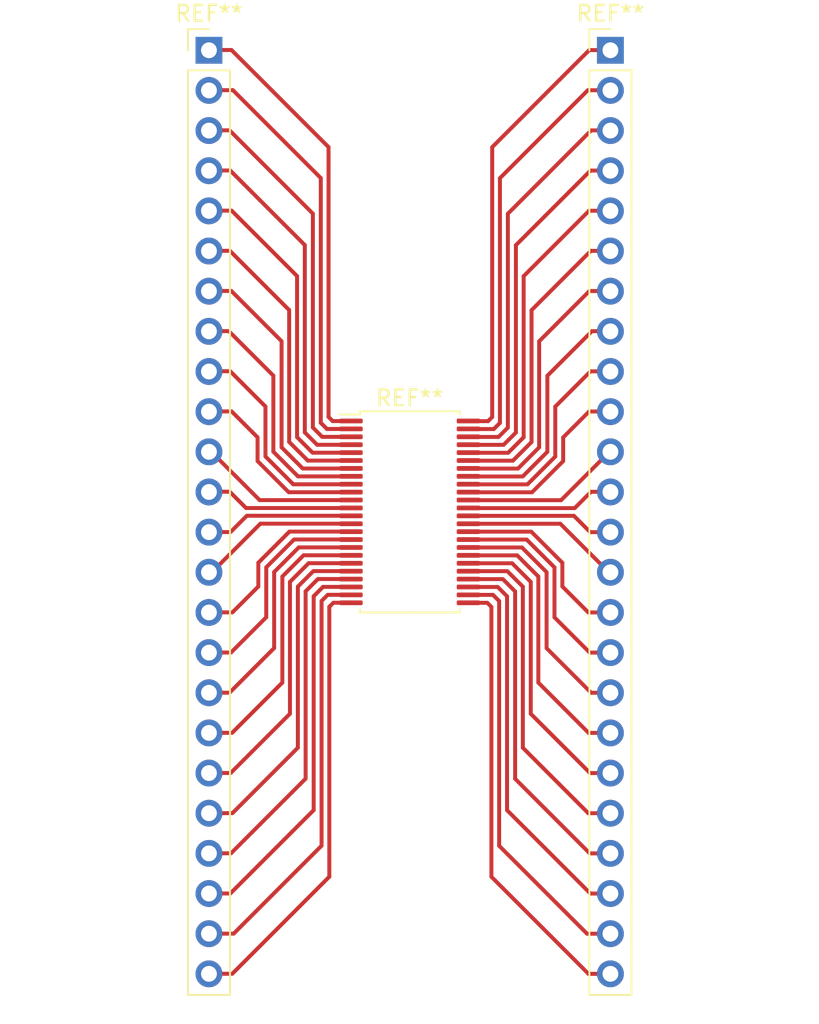
<source format=kicad_pcb>
(kicad_pcb (version 20211014) (generator pcbnew)
  (layers (0 "F.Cu" signal) (31 "B.Cu" signal) (34 "B.Paste" user) (35 "F.Paste" user) (36 "B.SilkS" user "B.Silkscreen") (37 "F.SilkS" user "F.Silkscreen") (38 "B.Mask" user) (39 "F.Mask" user) (44 "Edge.Cuts" user))
  (net 0 "")
  (footprint "Connector_PinHeader_2.54mm:PinHeader_1x24_P2.54mm_Vertical" (layer "F.Cu") (at 162.56 59.7)
    (fp_text reference "REF**" (at 0 -2.33) (layer "F.SilkS"))
    (fp_text value "PinHeader_1x24_P2.54mm_Vertical")
    (fp_line (start -1.33 1.27) (end -1.33 59.75) (layer "F.SilkS") (width 0.12))
    (fp_line (start -1.33 1.27) (end 1.33 1.27) (layer "F.SilkS") (width 0.12))
    (fp_line (start 1.33 1.27) (end 1.33 59.75) (layer "F.SilkS") (width 0.12))
    (fp_line (start -1.33 59.75) (end 1.33 59.75) (layer "F.SilkS") (width 0.12))
    (fp_line (start -1.33 -1.33) (end 0 -1.33) (layer "F.SilkS") (width 0.12))
    (fp_line (start -1.33 0) (end -1.33 -1.33) (layer "F.SilkS") (width 0.12))
    (pad "1" thru_hole rect (at 0 0) (size 1.7 1.7) (drill 1) (layers *.Cu *.Mask))
    (pad "2" thru_hole oval (at 0 2.54) (size 1.7 1.7) (drill 1) (layers *.Cu *.Mask))
    (pad "3" thru_hole oval (at 0 5.08) (size 1.7 1.7) (drill 1) (layers *.Cu *.Mask))
    (pad "4" thru_hole oval (at 0 7.62) (size 1.7 1.7) (drill 1) (layers *.Cu *.Mask))
    (pad "5" thru_hole oval (at 0 10.16) (size 1.7 1.7) (drill 1) (layers *.Cu *.Mask))
    (pad "6" thru_hole oval (at 0 12.7) (size 1.7 1.7) (drill 1) (layers *.Cu *.Mask))
    (pad "7" thru_hole oval (at 0 15.24) (size 1.7 1.7) (drill 1) (layers *.Cu *.Mask))
    (pad "8" thru_hole oval (at 0 17.78) (size 1.7 1.7) (drill 1) (layers *.Cu *.Mask))
    (pad "9" thru_hole oval (at 0 20.32) (size 1.7 1.7) (drill 1) (layers *.Cu *.Mask))
    (pad "10" thru_hole oval (at 0 22.86) (size 1.7 1.7) (drill 1) (layers *.Cu *.Mask))
    (pad "11" thru_hole oval (at 0 25.4) (size 1.7 1.7) (drill 1) (layers *.Cu *.Mask))
    (pad "12" thru_hole oval (at 0 27.94) (size 1.7 1.7) (drill 1) (layers *.Cu *.Mask))
    (pad "13" thru_hole oval (at 0 30.48) (size 1.7 1.7) (drill 1) (layers *.Cu *.Mask))
    (pad "14" thru_hole oval (at 0 33.02) (size 1.7 1.7) (drill 1) (layers *.Cu *.Mask))
    (pad "15" thru_hole oval (at 0 35.56) (size 1.7 1.7) (drill 1) (layers *.Cu *.Mask))
    (pad "16" thru_hole oval (at 0 38.1) (size 1.7 1.7) (drill 1) (layers *.Cu *.Mask))
    (pad "17" thru_hole oval (at 0 40.64) (size 1.7 1.7) (drill 1) (layers *.Cu *.Mask))
    (pad "18" thru_hole oval (at 0 43.18) (size 1.7 1.7) (drill 1) (layers *.Cu *.Mask))
    (pad "19" thru_hole oval (at 0 45.72) (size 1.7 1.7) (drill 1) (layers *.Cu *.Mask))
    (pad "20" thru_hole oval (at 0 48.26) (size 1.7 1.7) (drill 1) (layers *.Cu *.Mask))
    (pad "21" thru_hole oval (at 0 50.8) (size 1.7 1.7) (drill 1) (layers *.Cu *.Mask))
    (pad "22" thru_hole oval (at 0 53.34) (size 1.7 1.7) (drill 1) (layers *.Cu *.Mask))
    (pad "23" thru_hole oval (at 0 55.88) (size 1.7 1.7) (drill 1) (layers *.Cu *.Mask))
    (pad "24" thru_hole oval (at 0 58.42) (size 1.7 1.7) (drill 1) (layers *.Cu *.Mask))
  )
  (footprint "Connector_PinHeader_2.54mm:PinHeader_1x24_P2.54mm_Vertical" (layer "F.Cu") (at 137.16 59.7)
    (fp_text reference "REF**" (at 0 -2.33) (layer "F.SilkS"))
    (fp_text value "PinHeader_1x24_P2.54mm_Vertical")
    (fp_line (start -1.33 1.27) (end -1.33 59.75) (layer "F.SilkS") (width 0.12))
    (fp_line (start -1.33 0) (end -1.33 -1.33) (layer "F.SilkS") (width 0.12))
    (fp_line (start -1.33 59.75) (end 1.33 59.75) (layer "F.SilkS") (width 0.12))
    (fp_line (start 1.33 1.27) (end 1.33 59.75) (layer "F.SilkS") (width 0.12))
    (fp_line (start -1.33 -1.33) (end 0 -1.33) (layer "F.SilkS") (width 0.12))
    (fp_line (start -1.33 1.27) (end 1.33 1.27) (layer "F.SilkS") (width 0.12))
    (pad "1" thru_hole rect (at 0 0) (size 1.7 1.7) (drill 1) (layers *.Cu *.Mask))
    (pad "2" thru_hole oval (at 0 2.54) (size 1.7 1.7) (drill 1) (layers *.Cu *.Mask))
    (pad "3" thru_hole oval (at 0 5.08) (size 1.7 1.7) (drill 1) (layers *.Cu *.Mask))
    (pad "4" thru_hole oval (at 0 7.62) (size 1.7 1.7) (drill 1) (layers *.Cu *.Mask))
    (pad "5" thru_hole oval (at 0 10.16) (size 1.7 1.7) (drill 1) (layers *.Cu *.Mask))
    (pad "6" thru_hole oval (at 0 12.7) (size 1.7 1.7) (drill 1) (layers *.Cu *.Mask))
    (pad "7" thru_hole oval (at 0 15.24) (size 1.7 1.7) (drill 1) (layers *.Cu *.Mask))
    (pad "8" thru_hole oval (at 0 17.78) (size 1.7 1.7) (drill 1) (layers *.Cu *.Mask))
    (pad "9" thru_hole oval (at 0 20.32) (size 1.7 1.7) (drill 1) (layers *.Cu *.Mask))
    (pad "10" thru_hole oval (at 0 22.86) (size 1.7 1.7) (drill 1) (layers *.Cu *.Mask))
    (pad "11" thru_hole oval (at 0 25.4) (size 1.7 1.7) (drill 1) (layers *.Cu *.Mask))
    (pad "12" thru_hole oval (at 0 27.94) (size 1.7 1.7) (drill 1) (layers *.Cu *.Mask))
    (pad "13" thru_hole oval (at 0 30.48) (size 1.7 1.7) (drill 1) (layers *.Cu *.Mask))
    (pad "14" thru_hole oval (at 0 33.02) (size 1.7 1.7) (drill 1) (layers *.Cu *.Mask))
    (pad "15" thru_hole oval (at 0 35.56) (size 1.7 1.7) (drill 1) (layers *.Cu *.Mask))
    (pad "16" thru_hole oval (at 0 38.1) (size 1.7 1.7) (drill 1) (layers *.Cu *.Mask))
    (pad "17" thru_hole oval (at 0 40.64) (size 1.7 1.7) (drill 1) (layers *.Cu *.Mask))
    (pad "18" thru_hole oval (at 0 43.18) (size 1.7 1.7) (drill 1) (layers *.Cu *.Mask))
    (pad "19" thru_hole oval (at 0 45.72) (size 1.7 1.7) (drill 1) (layers *.Cu *.Mask))
    (pad "20" thru_hole oval (at 0 48.26) (size 1.7 1.7) (drill 1) (layers *.Cu *.Mask))
    (pad "21" thru_hole oval (at 0 50.8) (size 1.7 1.7) (drill 1) (layers *.Cu *.Mask))
    (pad "22" thru_hole oval (at 0 53.34) (size 1.7 1.7) (drill 1) (layers *.Cu *.Mask))
    (pad "23" thru_hole oval (at 0 55.88) (size 1.7 1.7) (drill 1) (layers *.Cu *.Mask))
    (pad "24" thru_hole oval (at 0 58.42) (size 1.7 1.7) (drill 1) (layers *.Cu *.Mask))
  )
  (footprint "Package_SO:TSSOP-48_6.1x12.5mm_P0.5mm" (layer "F.Cu") (at 149.86 88.9)
    (fp_text reference "REF**" (at 0 -7.2) (layer "F.SilkS"))
    (fp_text value "TSSOP-48_6.1x12.5mm_P0.5mm")
    (fp_line (start 0 6.36) (end -3.16 6.36) (layer "F.SilkS") (width 0.12))
    (fp_line (start 3.16 6.36) (end 3.16 6.16) (layer "F.SilkS") (width 0.12))
    (fp_line (start 0 -6.36) (end 3.16 -6.36) (layer "F.SilkS") (width 0.12))
    (fp_line (start -3.16 -6.36) (end -3.16 -6.16) (layer "F.SilkS") (width 0.12))
    (fp_line (start 3.16 -6.36) (end 3.16 -6.16) (layer "F.SilkS") (width 0.12))
    (fp_line (start -3.16 -6.16) (end -4.45 -6.16) (layer "F.SilkS") (width 0.12))
    (fp_line (start -3.16 6.36) (end -3.16 6.16) (layer "F.SilkS") (width 0.12))
    (fp_line (start 0 6.36) (end 3.16 6.36) (layer "F.SilkS") (width 0.12))
    (fp_line (start 0 -6.36) (end -3.16 -6.36) (layer "F.SilkS") (width 0.12))
    (pad "1" smd roundrect (at -3.7125 -5.75) (size 1.475 0.3) (layers "F.Cu" "F.Paste" "F.Mask"))
    (pad "2" smd roundrect (at -3.7125 -5.25) (size 1.475 0.3) (layers "F.Cu" "F.Paste" "F.Mask"))
    (pad "3" smd roundrect (at -3.7125 -4.75) (size 1.475 0.3) (layers "F.Cu" "F.Paste" "F.Mask"))
    (pad "4" smd roundrect (at -3.7125 -4.25) (size 1.475 0.3) (layers "F.Cu" "F.Paste" "F.Mask"))
    (pad "5" smd roundrect (at -3.7125 -3.75) (size 1.475 0.3) (layers "F.Cu" "F.Paste" "F.Mask"))
    (pad "6" smd roundrect (at -3.7125 -3.25) (size 1.475 0.3) (layers "F.Cu" "F.Paste" "F.Mask"))
    (pad "7" smd roundrect (at -3.7125 -2.75) (size 1.475 0.3) (layers "F.Cu" "F.Paste" "F.Mask"))
    (pad "8" smd roundrect (at -3.7125 -2.25) (size 1.475 0.3) (layers "F.Cu" "F.Paste" "F.Mask"))
    (pad "9" smd roundrect (at -3.7125 -1.75) (size 1.475 0.3) (layers "F.Cu" "F.Paste" "F.Mask"))
    (pad "10" smd roundrect (at -3.7125 -1.25) (size 1.475 0.3) (layers "F.Cu" "F.Paste" "F.Mask"))
    (pad "11" smd roundrect (at -3.7125 -0.75) (size 1.475 0.3) (layers "F.Cu" "F.Paste" "F.Mask"))
    (pad "12" smd roundrect (at -3.7125 -0.25) (size 1.475 0.3) (layers "F.Cu" "F.Paste" "F.Mask"))
    (pad "13" smd roundrect (at -3.7125 0.25) (size 1.475 0.3) (layers "F.Cu" "F.Paste" "F.Mask"))
    (pad "14" smd roundrect (at -3.7125 0.75) (size 1.475 0.3) (layers "F.Cu" "F.Paste" "F.Mask"))
    (pad "15" smd roundrect (at -3.7125 1.25) (size 1.475 0.3) (layers "F.Cu" "F.Paste" "F.Mask"))
    (pad "16" smd roundrect (at -3.7125 1.75) (size 1.475 0.3) (layers "F.Cu" "F.Paste" "F.Mask"))
    (pad "17" smd roundrect (at -3.7125 2.25) (size 1.475 0.3) (layers "F.Cu" "F.Paste" "F.Mask"))
    (pad "18" smd roundrect (at -3.7125 2.75) (size 1.475 0.3) (layers "F.Cu" "F.Paste" "F.Mask"))
    (pad "19" smd roundrect (at -3.7125 3.25) (size 1.475 0.3) (layers "F.Cu" "F.Paste" "F.Mask"))
    (pad "20" smd roundrect (at -3.7125 3.75) (size 1.475 0.3) (layers "F.Cu" "F.Paste" "F.Mask"))
    (pad "21" smd roundrect (at -3.7125 4.25) (size 1.475 0.3) (layers "F.Cu" "F.Paste" "F.Mask"))
    (pad "22" smd roundrect (at -3.7125 4.75) (size 1.475 0.3) (layers "F.Cu" "F.Paste" "F.Mask"))
    (pad "23" smd roundrect (at -3.7125 5.25) (size 1.475 0.3) (layers "F.Cu" "F.Paste" "F.Mask"))
    (pad "24" smd roundrect (at -3.7125 5.75) (size 1.475 0.3) (layers "F.Cu" "F.Paste" "F.Mask"))
    (pad "25" smd roundrect (at 3.7125 5.75) (size 1.475 0.3) (layers "F.Cu" "F.Paste" "F.Mask"))
    (pad "26" smd roundrect (at 3.7125 5.25) (size 1.475 0.3) (layers "F.Cu" "F.Paste" "F.Mask"))
    (pad "27" smd roundrect (at 3.7125 4.75) (size 1.475 0.3) (layers "F.Cu" "F.Paste" "F.Mask"))
    (pad "28" smd roundrect (at 3.7125 4.25) (size 1.475 0.3) (layers "F.Cu" "F.Paste" "F.Mask"))
    (pad "29" smd roundrect (at 3.7125 3.75) (size 1.475 0.3) (layers "F.Cu" "F.Paste" "F.Mask"))
    (pad "30" smd roundrect (at 3.7125 3.25) (size 1.475 0.3) (layers "F.Cu" "F.Paste" "F.Mask"))
    (pad "31" smd roundrect (at 3.7125 2.75) (size 1.475 0.3) (layers "F.Cu" "F.Paste" "F.Mask"))
    (pad "32" smd roundrect (at 3.7125 2.25) (size 1.475 0.3) (layers "F.Cu" "F.Paste" "F.Mask"))
    (pad "33" smd roundrect (at 3.7125 1.75) (size 1.475 0.3) (layers "F.Cu" "F.Paste" "F.Mask"))
    (pad "34" smd roundrect (at 3.7125 1.25) (size 1.475 0.3) (layers "F.Cu" "F.Paste" "F.Mask"))
    (pad "35" smd roundrect (at 3.7125 0.75) (size 1.475 0.3) (layers "F.Cu" "F.Paste" "F.Mask"))
    (pad "36" smd roundrect (at 3.7125 0.25) (size 1.475 0.3) (layers "F.Cu" "F.Paste" "F.Mask"))
    (pad "37" smd roundrect (at 3.7125 -0.25) (size 1.475 0.3) (layers "F.Cu" "F.Paste" "F.Mask"))
    (pad "38" smd roundrect (at 3.7125 -0.75) (size 1.475 0.3) (layers "F.Cu" "F.Paste" "F.Mask"))
    (pad "39" smd roundrect (at 3.7125 -1.25) (size 1.475 0.3) (layers "F.Cu" "F.Paste" "F.Mask"))
    (pad "40" smd roundrect (at 3.7125 -1.75) (size 1.475 0.3) (layers "F.Cu" "F.Paste" "F.Mask"))
    (pad "41" smd roundrect (at 3.7125 -2.25) (size 1.475 0.3) (layers "F.Cu" "F.Paste" "F.Mask"))
    (pad "42" smd roundrect (at 3.7125 -2.75) (size 1.475 0.3) (layers "F.Cu" "F.Paste" "F.Mask"))
    (pad "43" smd roundrect (at 3.7125 -3.25) (size 1.475 0.3) (layers "F.Cu" "F.Paste" "F.Mask"))
    (pad "44" smd roundrect (at 3.7125 -3.75) (size 1.475 0.3) (layers "F.Cu" "F.Paste" "F.Mask"))
    (pad "45" smd roundrect (at 3.7125 -4.25) (size 1.475 0.3) (layers "F.Cu" "F.Paste" "F.Mask"))
    (pad "46" smd roundrect (at 3.7125 -4.75) (size 1.475 0.3) (layers "F.Cu" "F.Paste" "F.Mask"))
    (pad "47" smd roundrect (at 3.7125 -5.25) (size 1.475 0.3) (layers "F.Cu" "F.Paste" "F.Mask"))
    (pad "48" smd roundrect (at 3.7125 -5.75) (size 1.475 0.3) (layers "F.Cu" "F.Paste" "F.Mask"))
  )
  (segment (start 144.625 83.655) (end 146.1825 83.655) (width 0.25) (layer "F.Cu") (net 0))
  (segment (start 159.02 92.41) (end 157.26 90.65) (width 0.25) (layer "F.Cu") (net 0))
  (segment (start 138.555 110.495) (end 143.275 105.775) (width 0.25) (layer "F.Cu") (net 0))
  (segment (start 138.525 90.175) (end 139.555 89.145) (width 0.25) (layer "F.Cu") (net 0))
  (segment (start 138.675 62.225) (end 144.235 67.785) (width 0.25) (layer "F.Cu") (net 0))
  (segment (start 143.095 86.155) (end 146.1825 86.155) (width 0.25) (layer "F.Cu") (net 0))
  (segment (start 155.57 83.27) (end 155.18 83.66) (width 0.25) (layer "F.Cu") (net 0))
  (segment (start 137.195 80.005) (end 138.505 80.005) (width 0.25) (layer "F.Cu") (net 0))
  (segment (start 142.795 86.655) (end 146.1825 86.655) (width 0.25) (layer "F.Cu") (net 0))
  (segment (start 144.775 111.975) (end 144.775 94.905) (width 0.25) (layer "F.Cu") (net 0))
  (segment (start 156.53 93.93) (end 155.75 93.15) (width 0.25) (layer "F.Cu") (net 0))
  (segment (start 162.61 69.85) (end 161.21 69.85) (width 0.25) (layer "F.Cu") (net 0))
  (segment (start 138.505 80.005) (end 140.735 82.235) (width 0.25) (layer "F.Cu") (net 0))
  (segment (start 141.805 99.695) (end 141.805 92.985) (width 0.25) (layer "F.Cu") (net 0))
  (segment (start 142.235 84.475) (end 143.415 85.655) (width 0.25) (layer "F.Cu") (net 0))
  (segment (start 156.07 70.04) (end 156.07 83.57) (width 0.25) (layer "F.Cu") (net 0))
  (segment (start 142.735 73.985) (end 142.735 84.175) (width 0.25) (layer "F.Cu") (net 0))
  (segment (start 137.345 92.715) (end 140.415 89.645) (width 0.25) (layer "F.Cu") (net 0))
  (segment (start 155.48 84.16) (end 153.6225 84.16) (width 0.25) (layer "F.Cu") (net 0))
  (segment (start 154.77 94.65) (end 153.5725 94.65) (width 0.25) (layer "F.Cu") (net 0))
  (segment (start 162.61 77.47) (end 161.39 77.47) (width 0.25) (layer "F.Cu") (net 0))
  (segment (start 162.61 82.55) (end 161.21 82.55) (width 0.25) (layer "F.Cu") (net 0))
  (segment (start 141.235 85.095) (end 142.795 86.655) (width 0.25) (layer "F.Cu") (net 0))
  (segment (start 143.785 107.765) (end 143.785 94.235) (width 0.25) (layer "F.Cu") (net 0))
  (segment (start 158.57 85.1) (end 157.01 86.66) (width 0.25) (layer "F.Cu") (net 0))
  (segment (start 143.225 72.025) (end 143.225 83.875) (width 0.25) (layer "F.Cu") (net 0))
  (segment (start 157.52 93.33) (end 156.34 92.15) (width 0.25) (layer "F.Cu") (net 0))
  (segment (start 137.245 118.115) (end 138.635 118.115) (width 0.25) (layer "F.Cu") (net 0))
  (segment (start 155.08 65.83) (end 155.08 82.9) (width 0.25) (layer "F.Cu") (net 0))
  (segment (start 162.56 118.12) (end 161.17 118.12) (width 0.25) (layer "F.Cu") (net 0))
  (segment (start 158.52 97.52) (end 158.52 92.71) (width 0.25) (layer "F.Cu") (net 0))
  (segment (start 157.02 103.82) (end 157.02 93.63) (width 0.25) (layer "F.Cu") (net 0))
  (segment (start 162.56 115.58) (end 161.08 115.58) (width 0.25) (layer "F.Cu") (net 0))
  (segment (start 137.245 90.175) (end 138.525 90.175) (width 0.25) (layer "F.Cu") (net 0))
  (segment (start 143.275 105.775) (end 143.275 93.925) (width 0.25) (layer "F.Cu") (net 0))
  (segment (start 140.285 92.115) (end 142.255 90.145) (width 0.25) (layer "F.Cu") (net 0))
  (segment (start 161.25 110.5) (end 156.53 105.78) (width 0.25) (layer "F.Cu") (net 0))
  (segment (start 137.195 59.685) (end 138.585 59.685) (width 0.25) (layer "F.Cu") (net 0))
  (segment (start 155.75 93.15) (end 153.5725 93.15) (width 0.25) (layer "F.Cu") (net 0))
  (segment (start 141.235 80.285) (end 141.235 85.095) (width 0.25) (layer "F.Cu") (net 0))
  (segment (start 156.02 94.24) (end 155.43 93.65) (width 0.25) (layer "F.Cu") (net 0))
  (segment (start 137.245 92.715) (end 137.345 92.715) (width 0.25) (layer "F.Cu") (net 0))
  (segment (start 145.035 94.645) (end 146.2325 94.645) (width 0.25) (layer "F.Cu") (net 0))
  (segment (start 156.34 92.15) (end 153.5725 92.15) (width 0.25) (layer "F.Cu") (net 0))
  (segment (start 156.04 92.65) (end 153.5725 92.65) (width 0.25) (layer "F.Cu") (net 0))
  (segment (start 155.52 110.02) (end 155.52 94.54) (width 0.25) (layer "F.Cu") (net 0))
  (segment (start 144.675 94.145) (end 146.2325 94.145) (width 0.25) (layer "F.Cu") (net 0))
  (segment (start 137.245 102.875) (end 138.625 102.875) (width 0.25) (layer "F.Cu") (net 0))
  (segment (start 144.055 93.145) (end 146.2325 93.145) (width 0.25) (layer "F.Cu") (net 0))
  (segment (start 162.56 95.26) (end 161.16 95.26) (width 0.25) (layer "F.Cu") (net 0))
  (segment (start 158.52 92.71) (end 156.96 91.15) (width 0.25) (layer "F.Cu") (net 0))
  (segment (start 155.08 82.9) (end 154.82 83.16) (width 0.25) (layer "F.Cu") (net 0))
  (segment (start 144.235 67.785) (end 144.235 83.265) (width 0.25) (layer "F.Cu") (net 0))
  (segment (start 138.645 107.955) (end 142.785 103.815) (width 0.25) (layer "F.Cu") (net 0))
  (segment (start 158 92.99) (end 156.66 91.65) (width 0.25) (layer "F.Cu") (net 0))
  (segment (start 143.735 70.035) (end 143.735 83.565) (width 0.25) (layer "F.Cu") (net 0))
  (segment (start 156.96 91.15) (end 153.5725 91.15) (width 0.25) (layer "F.Cu") (net 0))
  (segment (start 162.56 107.96) (end 161.16 107.96) (width 0.25) (layer "F.Cu") (net 0))
  (segment (start 158.57 80.29) (end 158.57 85.1) (width 0.25) (layer "F.Cu") (net 0))
  (segment (start 161.27 105.42) (end 157.52 101.67) (width 0.25) (layer "F.Cu") (net 0))
  (segment (start 161.33 87.63) (end 160.3 88.66) (width 0.25) (layer "F.Cu") (net 0))
  (segment (start 156.02 107.77) (end 156.02 94.24) (width 0.25) (layer "F.Cu") (net 0))
  (segment (start 161.13 62.23) (end 155.57 67.79) (width 0.25) (layer "F.Cu") (net 0))
  (segment (start 140.365 88.155) (end 146.1825 88.155) (width 0.25) (layer "F.Cu") (net 0))
  (segment (start 162.61 59.69) (end 161.22 59.69) (width 0.25) (layer "F.Cu") (net 0))
  (segment (start 144.285 94.535) (end 144.675 94.145) (width 0.25) (layer "F.Cu") (net 0))
  (segment (start 138.485 72.385) (end 142.235 76.135) (width 0.25) (layer "F.Cu") (net 0))
  (segment (start 138.515 113.035) (end 143.785 107.765) (width 0.25) (layer "F.Cu") (net 0))
  (segment (start 137.245 100.335) (end 138.465 100.335) (width 0.25) (layer "F.Cu") (net 0))
  (segment (start 143.275 93.925) (end 144.055 93.145) (width 0.25) (layer "F.Cu") (net 0))
  (segment (start 162.56 110.5) (end 161.25 110.5) (width 0.25) (layer "F.Cu") (net 0))
  (segment (start 140.235 84.185) (end 140.235 85.685) (width 0.25) (layer "F.Cu") (net 0))
  (segment (start 157.26 90.65) (end 153.5725 90.65) (width 0.25) (layer "F.Cu") (net 0))
  (segment (start 158.05 84.82) (end 156.71 86.16) (width 0.25) (layer "F.Cu") (net 0))
  (segment (start 160.25 89.15) (end 153.5725 89.15) (width 0.25) (layer "F.Cu") (net 0))
  (segment (start 141.755 78.105) (end 141.755 84.815) (width 0.25) (layer "F.Cu") (net 0))
  (segment (start 156.58 83.88) (end 155.8 84.66) (width 0.25) (layer "F.Cu") (net 0))
  (segment (start 137.245 110.495) (end 138.555 110.495) (width 0.25) (layer "F.Cu") (net 0))
  (segment (start 162.61 85.09) (end 162.51 85.09) (width 0.25) (layer "F.Cu") (net 0))
  (segment (start 162.61 67.31) (end 161.3 67.31) (width 0.25) (layer "F.Cu") (net 0))
  (segment (start 162.56 105.42) (end 161.27 105.42) (width 0.25) (layer "F.Cu") (net 0))
  (segment (start 155.18 83.66) (end 153.6225 83.66) (width 0.25) (layer "F.Cu") (net 0))
  (segment (start 137.195 77.465) (end 138.415 77.465) (width 0.25) (layer "F.Cu") (net 0))
  (segment (start 161.39 77.47) (end 158.57 80.29) (width 0.25) (layer "F.Cu") (net 0))
  (segment (start 158 99.7) (end 158 92.99) (width 0.25) (layer "F.Cu") (net 0))
  (segment (start 140.785 92.405) (end 142.545 90.645) (width 0.25) (layer "F.Cu") (net 0))
  (segment (start 144.775 94.905) (end 145.035 94.645) (width 0.25) (layer "F.Cu") (net 0))
  (segment (start 142.495 87.155) (end 146.1825 87.155) (width 0.25) (layer "F.Cu") (net 0))
  (segment (start 142.785 103.815) (end 142.785 93.625) (width 0.25) (layer "F.Cu") (net 0))
  (segment (start 161.16 107.96) (end 157.02 103.82) (width 0.25) (layer "F.Cu") (net 0))
  (segment (start 140.235 85.685) (end 142.205 87.655) (width 0.25) (layer "F.Cu") (net 0))
  (segment (start 162.51 85.09) (end 159.44 88.16) (width 0.25) (layer "F.Cu") (net 0))
  (segment (start 162.56 102.88) (end 161.18 102.88) (width 0.25) (layer "F.Cu") (net 0))
  (segment (start 161.32 72.39) (end 157.57 76.14) (width 0.25) (layer "F.Cu") (net 0))
  (segment (start 138.415 77.465) (end 141.235 80.285) (width 0.25) (layer "F.Cu") (net 0))
  (segment (start 157.01 86.66) (end 153.6225 86.66) (width 0.25) (layer "F.Cu") (net 0))
  (segment (start 143.735 83.565) (end 144.325 84.155) (width 0.25) (layer "F.Cu") (net 0))
  (segment (start 143.415 85.655) (end 146.1825 85.655) (width 0.25) (layer "F.Cu") (net 0))
  (segment (start 138.625 102.875) (end 141.805 99.695) (width 0.25) (layer "F.Cu") (net 0))
  (segment (start 142.285 93.325) (end 143.465 92.145) (width 0.25) (layer "F.Cu") (net 0))
  (segment (start 161.28 90.18) (end 160.25 89.15) (width 0.25) (layer "F.Cu") (net 0))
  (segment (start 143.145 91.645) (end 146.2325 91.645) (width 0.25) (layer "F.Cu") (net 0))
  (segment (start 138.465 100.335) (end 141.285 97.515) (width 0.25) (layer "F.Cu") (net 0))
  (segment (start 155.13 94.15) (end 153.5725 94.15) (width 0.25) (layer "F.Cu") (net 0))
  (segment (start 161.17 118.12) (end 155.03 111.98) (width 0.25) (layer "F.Cu") (net 0))
  (segment (start 159.39 89.65) (end 153.5725 89.65) (width 0.25) (layer "F.Cu") (net 0))
  (segment (start 142.285 101.665) (end 142.285 93.325) (width 0.25) (layer "F.Cu") (net 0))
  (segment (start 138.475 87.625) (end 139.505 88.655) (width 0.25) (layer "F.Cu") (net 0))
  (segment (start 137.295 85.085) (end 140.365 88.155) (width 0.25) (layer "F.Cu") (net 0))
  (segment (start 157.07 84.18) (end 156.09 85.16) (width 0.25) (layer "F.Cu") (net 0))
  (segment (start 141.285 97.515) (end 141.285 92.705) (width 0.25) (layer "F.Cu") (net 0))
  (segment (start 162.61 87.63) (end 161.33 87.63) (width 0.25) (layer "F.Cu") (net 0))
  (segment (start 144.985 83.155) (end 146.1825 83.155) (width 0.25) (layer "F.Cu") (net 0))
  (segment (start 155.03 111.98) (end 155.03 94.91) (width 0.25) (layer "F.Cu") (net 0))
  (segment (start 137.245 97.795) (end 138.555 97.795) (width 0.25) (layer "F.Cu") (net 0))
  (segment (start 143.715 85.155) (end 146.1825 85.155) (width 0.25) (layer "F.Cu") (net 0))
  (segment (start 162.56 113.04) (end 161.29 113.04) (width 0.25) (layer "F.Cu") (net 0))
  (segment (start 139.555 89.145) (end 146.2325 89.145) (width 0.25) (layer "F.Cu") (net 0))
  (segment (start 154.82 83.16) (end 153.6225 83.16) (width 0.25) (layer "F.Cu") (net 0))
  (segment (start 162.61 64.77) (end 161.34 64.77) (width 0.25) (layer "F.Cu") (net 0))
  (segment (start 142.735 84.175) (end 143.715 85.155) (width 0.25) (layer "F.Cu") (net 0))
  (segment (start 138.725 115.575) (end 144.285 110.015) (width 0.25) (layer "F.Cu") (net 0))
  (segment (start 162.61 72.39) (end 161.32 72.39) (width 0.25) (layer "F.Cu") (net 0))
  (segment (start 144.375 93.645) (end 146.2325 93.645) (width 0.25) (layer "F.Cu") (net 0))
  (segment (start 144.725 82.895) (end 144.985 83.155) (width 0.25) (layer "F.Cu") (net 0))
  (segment (start 138.465 64.765) (end 143.735 70.035) (width 0.25) (layer "F.Cu") (net 0))
  (segment (start 138.575 74.925) (end 141.755 78.105) (width 0.25) (layer "F.Cu") (net 0))
  (segment (start 162.56 92.72) (end 162.46 92.72) (width 0.25) (layer "F.Cu") (net 0))
  (segment (start 138.505 67.305) (end 143.225 72.025) (width 0.25) (layer "F.Cu") (net 0))
  (segment (start 138.585 59.685) (end 144.725 65.825) (width 0.25) (layer "F.Cu") (net 0))
  (segment (start 137.245 105.415) (end 138.535 105.415) (width 0.25) (layer "F.Cu") (net 0))
  (segment (start 137.195 82.545) (end 138.595 82.545) (width 0.25) (layer "F.Cu") (net 0))
  (segment (start 161.3 67.31) (end 156.58 72.03) (width 0.25) (layer "F.Cu") (net 0))
  (segment (start 140.285 93.615) (end 140.285 92.115) (width 0.25) (layer "F.Cu") (net 0))
  (segment (start 155.8 84.66) (end 153.6225 84.66) (width 0.25) (layer "F.Cu") (net 0))
  (segment (start 138.635 118.115) (end 144.775 111.975) (width 0.25) (layer "F.Cu") (net 0))
  (segment (start 137.195 85.085) (end 137.295 85.085) (width 0.25) (layer "F.Cu") (net 0))
  (segment (start 158.05 78.11) (end 158.05 84.82) (width 0.25) (layer "F.Cu") (net 0))
  (segment (start 140.735 82.235) (end 140.735 85.395) (width 0.25) (layer "F.Cu") (net 0))
  (segment (start 157.07 73.99) (end 157.07 84.18) (width 0.25) (layer "F.Cu") (net 0))
  (segment (start 156.09 85.16) (end 153.6225 85.16) (width 0.25) (layer "F.Cu") (net 0))
  (segment (start 143.225 83.875) (end 144.005 84.655) (width 0.25) (layer "F.Cu") (net 0))
  (segment (start 137.245 95.255) (end 138.645 95.255) (width 0.25) (layer "F.Cu") (net 0))
  (segment (start 144.005 84.655) (end 146.1825 84.655) (width 0.25) (layer "F.Cu") (net 0))
  (segment (start 142.255 90.145) (end 146.2325 90.145) (width 0.25) (layer "F.Cu") (net 0))
  (segment (start 137.195 72.385) (end 138.485 72.385) (width 0.25) (layer "F.Cu") (net 0))
  (segment (start 137.245 113.035) (end 138.515 113.035) (width 0.25) (layer "F.Cu") (net 0))
  (segment (start 157.55 90.15) (end 153.5725 90.15) (width 0.25) (layer "F.Cu") (net 0))
  (segment (start 142.785 93.625) (end 143.765 92.645) (width 0.25) (layer "F.Cu") (net 0))
  (segment (start 138.535 105.415) (end 142.285 101.665) (width 0.25) (layer "F.Cu") (net 0))
  (segment (start 142.545 90.645) (end 146.2325 90.645) (width 0.25) (layer "F.Cu") (net 0))
  (segment (start 156.71 86.16) (end 153.6225 86.16) (width 0.25) (layer "F.Cu") (net 0))
  (segment (start 144.725 65.825) (end 144.725 82.895) (width 0.25) (layer "F.Cu") (net 0))
  (segment (start 161.3 80.01) (end 159.07 82.24) (width 0.25) (layer "F.Cu") (net 0))
  (segment (start 157.57 76.14) (end 157.57 84.48) (width 0.25) (layer "F.Cu") (net 0))
  (segment (start 142.235 76.135) (end 142.235 84.475) (width 0.25) (layer "F.Cu") (net 0))
  (segment (start 162.61 80.01) (end 161.3 80.01) (width 0.25) (layer "F.Cu") (net 0))
  (segment (start 143.465 92.145) (end 146.2325 92.145) (width 0.25) (layer "F.Cu") (net 0))
  (segment (start 161.23 74.93) (end 158.05 78.11) (width 0.25) (layer "F.Cu") (net 0))
  (segment (start 162.56 97.8) (end 161.25 97.8) (width 0.25) (layer "F.Cu") (net 0))
  (segment (start 142.205 87.655) (end 146.1825 87.655) (width 0.25) (layer "F.Cu") (net 0))
  (segment (start 155.52 94.54) (end 155.13 94.15) (width 0.25) (layer "F.Cu") (net 0))
  (segment (start 143.785 94.235) (end 144.375 93.645) (width 0.25) (layer "F.Cu") (net 0))
  (segment (start 159.07 85.4) (end 157.31 87.16) (width 0.25) (layer "F.Cu") (net 0))
  (segment (start 156.58 72.03) (end 156.58 83.88) (width 0.25) (layer "F.Cu") (net 0))
  (segment (start 156.66 91.65) (end 153.5725 91.65) (width 0.25) (layer "F.Cu") (net 0))
  (segment (start 144.285 110.015) (end 144.285 94.535) (width 0.25) (layer "F.Cu") (net 0))
  (segment (start 161.18 102.88) (end 158 99.7) (width 0.25) (layer "F.Cu") (net 0))
  (segment (start 162.46 92.72) (end 159.39 89.65) (width 0.25) (layer "F.Cu") (net 0))
  (segment (start 161.29 113.04) (end 156.02 107.77) (width 0.25) (layer "F.Cu") (net 0))
  (segment (start 140.785 95.565) (end 140.785 92.405) (width 0.25) (layer "F.Cu") (net 0))
  (segment (start 161.25 97.8) (end 159.02 95.57) (width 0.25) (layer "F.Cu") (net 0))
  (segment (start 137.195 62.225) (end 138.675 62.225) (width 0.25) (layer "F.Cu") (net 0))
  (segment (start 137.195 67.305) (end 138.505 67.305) (width 0.25) (layer "F.Cu") (net 0))
  (segment (start 162.61 62.23) (end 161.13 62.23) (width 0.25) (layer "F.Cu") (net 0))
  (segment (start 155.43 93.65) (end 153.5725 93.65) (width 0.25) (layer "F.Cu") (net 0))
  (segment (start 144.325 84.155) (end 146.1825 84.155) (width 0.25) (layer "F.Cu") (net 0))
  (segment (start 157.57 84.48) (end 156.39 85.66) (width 0.25) (layer "F.Cu") (net 0))
  (segment (start 162.56 90.18) (end 161.28 90.18) (width 0.25) (layer "F.Cu") (net 0))
  (segment (start 155.03 94.91) (end 154.77 94.65) (width 0.25) (layer "F.Cu") (net 0))
  (segment (start 159.52 92.12) (end 157.55 90.15) (width 0.25) (layer "F.Cu") (net 0))
  (segment (start 157.52 101.67) (end 157.52 93.33) (width 0.25) (layer "F.Cu") (net 0))
  (segment (start 138.645 95.255) (end 140.285 93.615) (width 0.25) (layer "F.Cu") (net 0))
  (segment (start 161.34 64.77) (end 156.07 70.04) (width 0.25) (layer "F.Cu") (net 0))
  (segment (start 141.285 92.705) (end 142.845 91.145) (width 0.25) (layer "F.Cu") (net 0))
  (segment (start 141.805 92.985) (end 143.145 91.645) (width 0.25) (layer "F.Cu") (net 0))
  (segment (start 138.595 69.845) (end 142.735 73.985) (width 0.25) (layer "F.Cu") (net 0))
  (segment (start 159.07 82.24) (end 159.07 85.4) (width 0.25) (layer "F.Cu") (net 0))
  (segment (start 156.53 105.78) (end 156.53 93.93) (width 0.25) (layer "F.Cu") (net 0))
  (segment (start 159.57 85.69) (end 157.6 87.66) (width 0.25) (layer "F.Cu") (net 0))
  (segment (start 143.765 92.645) (end 146.2325 92.645) (width 0.25) (layer "F.Cu") (net 0))
  (segment (start 161.16 95.26) (end 159.52 93.62) (width 0.25) (layer "F.Cu") (net 0))
  (segment (start 156.39 85.66) (end 153.6225 85.66) (width 0.25) (layer "F.Cu") (net 0))
  (segment (start 162.56 100.34) (end 161.34 100.34) (width 0.25) (layer "F.Cu") (net 0))
  (segment (start 161.08 115.58) (end 155.52 110.02) (width 0.25) (layer "F.Cu") (net 0))
  (segment (start 137.195 87.625) (end 138.475 87.625) (width 0.25) (layer "F.Cu") (net 0))
  (segment (start 137.245 107.955) (end 138.645 107.955) (width 0.25) (layer "F.Cu") (net 0))
  (segment (start 161.21 69.85) (end 157.07 73.99) (width 0.25) (layer "F.Cu") (net 0))
  (segment (start 157.6 87.66) (end 153.6225 87.66) (width 0.25) (layer "F.Cu") (net 0))
  (segment (start 137.195 64.765) (end 138.465 64.765) (width 0.25) (layer "F.Cu") (net 0))
  (segment (start 137.195 69.845) (end 138.595 69.845) (width 0.25) (layer "F.Cu") (net 0))
  (segment (start 159.57 84.19) (end 159.57 85.69) (width 0.25) (layer "F.Cu") (net 0))
  (segment (start 138.595 82.545) (end 140.235 84.185) (width 0.25) (layer "F.Cu") (net 0))
  (segment (start 144.235 83.265) (end 144.625 83.655) (width 0.25) (layer "F.Cu") (net 0))
  (segment (start 137.195 74.925) (end 138.575 74.925) (width 0.25) (layer "F.Cu") (net 0))
  (segment (start 141.755 84.815) (end 143.095 86.155) (width 0.25) (layer "F.Cu") (net 0))
  (segment (start 161.21 82.55) (end 159.57 84.19) (width 0.25) (layer "F.Cu") (net 0))
  (segment (start 138.555 97.795) (end 140.785 95.565) (width 0.25) (layer "F.Cu") (net 0))
  (segment (start 137.245 115.575) (end 138.725 115.575) (width 0.25) (layer "F.Cu") (net 0))
  (segment (start 157.02 93.63) (end 156.04 92.65) (width 0.25) (layer "F.Cu") (net 0))
  (segment (start 155.57 67.79) (end 155.57 83.27) (width 0.25) (layer "F.Cu") (net 0))
  (segment (start 140.415 89.645) (end 146.2325 89.645) (width 0.25) (layer "F.Cu") (net 0))
  (segment (start 142.845 91.145) (end 146.2325 91.145) (width 0.25) (layer "F.Cu") (net 0))
  (segment (start 157.31 87.16) (end 153.6225 87.16) (width 0.25) (layer "F.Cu") (net 0))
  (segment (start 159.44 88.16) (end 153.6225 88.16) (width 0.25) (layer "F.Cu") (net 0))
  (segment (start 140.735 85.395) (end 142.495 87.155) (width 0.25) (layer "F.Cu") (net 0))
  (segment (start 161.22 59.69) (end 155.08 65.83) (width 0.25) (layer "F.Cu") (net 0))
  (segment (start 156.07 83.57) (end 155.48 84.16) (width 0.25) (layer "F.Cu") (net 0))
  (segment (start 139.505 88.655) (end 146.1825 88.655) (width 0.25) (layer "F.Cu") (net 0))
  (segment (start 159.52 93.62) (end 159.52 92.12) (width 0.25) (layer "F.Cu") (net 0))
  (segment (start 161.34 100.34) (end 158.52 97.52) (width 0.25) (layer "F.Cu") (net 0))
  (segment (start 160.3 88.66) (end 153.6225 88.66) (width 0.25) (layer "F.Cu") (net 0))
  (segment (start 162.61 74.93) (end 161.23 74.93) (width 0.25) (layer "F.Cu") (net 0))
  (segment (start 159.02 95.57) (end 159.02 92.41) (width 0.25) (layer "F.Cu") (net 0))
)
</source>
